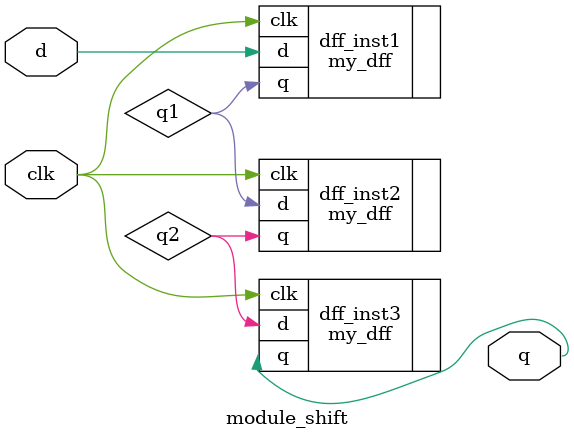
<source format=v>


// Note that to make the internal connections, you will need to declare some wires. Be careful about naming your wires and module instances: the names must be unique.

module module_shift ( input clk, input d, output q );
    wire q1, q2;
    my_dff dff_inst1(.clk(clk), .d(d), .q(q1));
    my_dff dff_inst2(.clk(clk), .d(q1), .q(q2));
    my_dff dff_inst3(.clk(clk), .d(q2), .q(q));
endmodule

</source>
